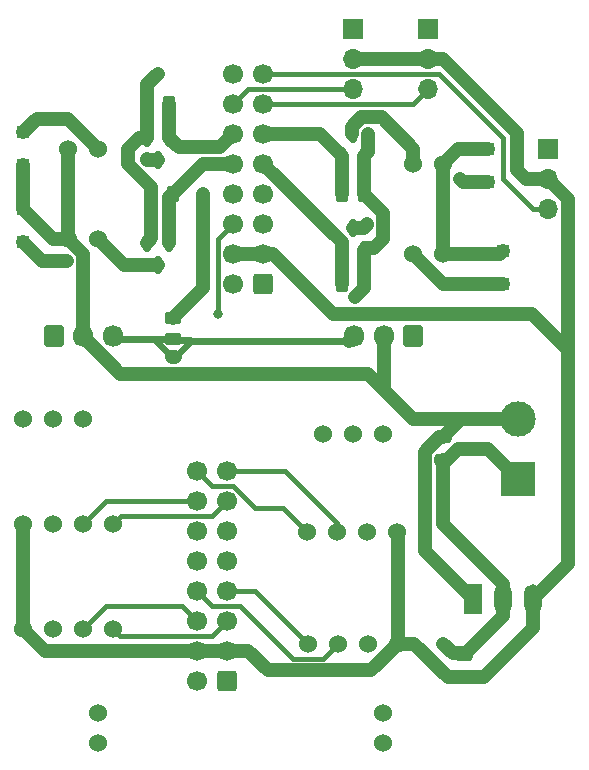
<source format=gbr>
G04 #@! TF.GenerationSoftware,KiCad,Pcbnew,(6.0.1)*
G04 #@! TF.CreationDate,2022-02-06T22:38:44+01:00*
G04 #@! TF.ProjectId,CarteSecondaire,43617274-6553-4656-936f-6e6461697265,rev?*
G04 #@! TF.SameCoordinates,Original*
G04 #@! TF.FileFunction,Copper,L1,Top*
G04 #@! TF.FilePolarity,Positive*
%FSLAX46Y46*%
G04 Gerber Fmt 4.6, Leading zero omitted, Abs format (unit mm)*
G04 Created by KiCad (PCBNEW (6.0.1)) date 2022-02-06 22:38:44*
%MOMM*%
%LPD*%
G01*
G04 APERTURE LIST*
G04 Aperture macros list*
%AMRoundRect*
0 Rectangle with rounded corners*
0 $1 Rounding radius*
0 $2 $3 $4 $5 $6 $7 $8 $9 X,Y pos of 4 corners*
0 Add a 4 corners polygon primitive as box body*
4,1,4,$2,$3,$4,$5,$6,$7,$8,$9,$2,$3,0*
0 Add four circle primitives for the rounded corners*
1,1,$1+$1,$2,$3*
1,1,$1+$1,$4,$5*
1,1,$1+$1,$6,$7*
1,1,$1+$1,$8,$9*
0 Add four rect primitives between the rounded corners*
20,1,$1+$1,$2,$3,$4,$5,0*
20,1,$1+$1,$4,$5,$6,$7,0*
20,1,$1+$1,$6,$7,$8,$9,0*
20,1,$1+$1,$8,$9,$2,$3,0*%
G04 Aperture macros list end*
G04 #@! TA.AperFunction,ComponentPad*
%ADD10C,1.700000*%
G04 #@! TD*
G04 #@! TA.AperFunction,ComponentPad*
%ADD11RoundRect,0.250000X0.600000X0.600000X-0.600000X0.600000X-0.600000X-0.600000X0.600000X-0.600000X0*%
G04 #@! TD*
G04 #@! TA.AperFunction,ComponentPad*
%ADD12R,1.500000X2.500000*%
G04 #@! TD*
G04 #@! TA.AperFunction,ComponentPad*
%ADD13O,1.500000X2.500000*%
G04 #@! TD*
G04 #@! TA.AperFunction,ComponentPad*
%ADD14R,3.000000X3.000000*%
G04 #@! TD*
G04 #@! TA.AperFunction,ComponentPad*
%ADD15C,3.000000*%
G04 #@! TD*
G04 #@! TA.AperFunction,SMDPad,CuDef*
%ADD16RoundRect,0.250000X-0.475000X0.250000X-0.475000X-0.250000X0.475000X-0.250000X0.475000X0.250000X0*%
G04 #@! TD*
G04 #@! TA.AperFunction,SMDPad,CuDef*
%ADD17R,1.100000X1.100000*%
G04 #@! TD*
G04 #@! TA.AperFunction,SMDPad,CuDef*
%ADD18RoundRect,0.250000X-0.450000X0.262500X-0.450000X-0.262500X0.450000X-0.262500X0.450000X0.262500X0*%
G04 #@! TD*
G04 #@! TA.AperFunction,ComponentPad*
%ADD19C,1.524000*%
G04 #@! TD*
G04 #@! TA.AperFunction,SMDPad,CuDef*
%ADD20RoundRect,0.150000X0.150000X-0.587500X0.150000X0.587500X-0.150000X0.587500X-0.150000X-0.587500X0*%
G04 #@! TD*
G04 #@! TA.AperFunction,SMDPad,CuDef*
%ADD21RoundRect,0.250000X0.262500X0.450000X-0.262500X0.450000X-0.262500X-0.450000X0.262500X-0.450000X0*%
G04 #@! TD*
G04 #@! TA.AperFunction,SMDPad,CuDef*
%ADD22RoundRect,0.250000X-0.262500X-0.450000X0.262500X-0.450000X0.262500X0.450000X-0.262500X0.450000X0*%
G04 #@! TD*
G04 #@! TA.AperFunction,ComponentPad*
%ADD23R,1.700000X1.700000*%
G04 #@! TD*
G04 #@! TA.AperFunction,ComponentPad*
%ADD24O,1.700000X1.700000*%
G04 #@! TD*
G04 #@! TA.AperFunction,SMDPad,CuDef*
%ADD25RoundRect,0.150000X-0.150000X0.587500X-0.150000X-0.587500X0.150000X-0.587500X0.150000X0.587500X0*%
G04 #@! TD*
G04 #@! TA.AperFunction,ComponentPad*
%ADD26RoundRect,0.250000X0.600000X0.675000X-0.600000X0.675000X-0.600000X-0.675000X0.600000X-0.675000X0*%
G04 #@! TD*
G04 #@! TA.AperFunction,ComponentPad*
%ADD27O,1.700000X1.850000*%
G04 #@! TD*
G04 #@! TA.AperFunction,ComponentPad*
%ADD28RoundRect,0.250000X-0.600000X-0.675000X0.600000X-0.675000X0.600000X0.675000X-0.600000X0.675000X0*%
G04 #@! TD*
G04 #@! TA.AperFunction,ViaPad*
%ADD29C,0.800000*%
G04 #@! TD*
G04 #@! TA.AperFunction,Conductor*
%ADD30C,1.200000*%
G04 #@! TD*
G04 #@! TA.AperFunction,Conductor*
%ADD31C,0.400000*%
G04 #@! TD*
G04 #@! TA.AperFunction,Conductor*
%ADD32C,0.600000*%
G04 #@! TD*
G04 APERTURE END LIST*
D10*
X109261511Y-161290000D03*
X111801511Y-161290000D03*
X109261511Y-163830000D03*
X111801511Y-163830000D03*
X109261511Y-166370000D03*
X111801511Y-166370000D03*
X109261511Y-168910000D03*
X111801511Y-168910000D03*
X109261511Y-171450000D03*
X111801511Y-171450000D03*
X109261511Y-173990000D03*
X111801511Y-173990000D03*
X109261511Y-176530000D03*
X111801511Y-176530000D03*
X109261511Y-179070000D03*
D11*
X111801511Y-179070000D03*
D12*
X132639011Y-172111511D03*
D13*
X135179011Y-172111511D03*
X137719011Y-172111511D03*
D14*
X136449011Y-161951511D03*
D15*
X136449011Y-156871511D03*
D16*
X130099011Y-158461511D03*
X130099011Y-160361511D03*
D17*
X133909011Y-134011511D03*
X133909011Y-136811511D03*
D18*
X107239011Y-148339011D03*
X107239011Y-150164011D03*
D19*
X94539011Y-156871511D03*
X97079011Y-156871511D03*
X99619011Y-156871511D03*
X98349011Y-141631511D03*
X100889011Y-141631511D03*
D20*
X121529011Y-134616511D03*
X123429011Y-134616511D03*
X122479011Y-132741511D03*
X121529011Y-142569011D03*
X123429011Y-142569011D03*
X122479011Y-140694011D03*
D21*
X107239011Y-137821511D03*
X105414011Y-137821511D03*
D22*
X121566511Y-145441511D03*
X123391511Y-145441511D03*
D19*
X125019011Y-181763511D03*
X125019011Y-184303511D03*
D23*
X128829011Y-123851511D03*
D24*
X128829011Y-126391511D03*
X128829011Y-128931511D03*
D19*
X126210000Y-166500000D03*
X123670000Y-166500000D03*
X121130000Y-166500000D03*
X118590000Y-166500000D03*
D17*
X135179011Y-142641511D03*
X135179011Y-145441511D03*
D19*
X130099011Y-135281511D03*
X127559011Y-135281511D03*
X98349011Y-134011511D03*
X100889011Y-134011511D03*
X130099011Y-142901511D03*
X127559011Y-142901511D03*
D25*
X106919011Y-141964011D03*
X105019011Y-141964011D03*
X105969011Y-143839011D03*
D19*
X94539011Y-174651511D03*
X97079011Y-174651511D03*
X99619011Y-174651511D03*
X102159011Y-174651511D03*
D17*
X94539011Y-139091511D03*
X94539011Y-141891511D03*
D23*
X138989011Y-134026511D03*
D24*
X138989011Y-136566511D03*
X138989011Y-139106511D03*
D11*
X114859011Y-145441511D03*
D10*
X112319011Y-145441511D03*
X114859011Y-142901511D03*
X112319011Y-142901511D03*
X114859011Y-140361511D03*
X112319011Y-140361511D03*
X114859011Y-137821511D03*
X112319011Y-137821511D03*
X114859011Y-135281511D03*
X112319011Y-135281511D03*
X114859011Y-132741511D03*
X112319011Y-132741511D03*
X114859011Y-130201511D03*
X112319011Y-130201511D03*
X114859011Y-127661511D03*
X112319011Y-127661511D03*
D17*
X94539011Y-135411511D03*
X94539011Y-132611511D03*
D19*
X126289011Y-175921511D03*
X123749011Y-175921511D03*
X121209011Y-175921511D03*
X118669011Y-175921511D03*
D23*
X122479011Y-123866511D03*
D24*
X122479011Y-126406511D03*
X122479011Y-128946511D03*
D19*
X125019011Y-158141511D03*
X122479011Y-158141511D03*
X119939011Y-158141511D03*
D26*
X127559011Y-149871511D03*
D27*
X125059011Y-149871511D03*
X122559011Y-149871511D03*
D22*
X121566511Y-137821511D03*
X123391511Y-137821511D03*
D28*
X97119011Y-149901511D03*
D27*
X99619011Y-149901511D03*
X102119011Y-149901511D03*
D25*
X106919011Y-133074011D03*
X105019011Y-133074011D03*
X105969011Y-134949011D03*
D19*
X100889011Y-181763511D03*
X100889011Y-184303511D03*
D16*
X131900000Y-176850000D03*
X131900000Y-178750000D03*
D19*
X94539011Y-165761511D03*
X97079011Y-165761511D03*
X99619011Y-165761511D03*
X102159011Y-165761511D03*
D21*
X106881511Y-130201511D03*
X105056511Y-130201511D03*
D29*
X123749011Y-132741511D03*
X105969011Y-127661511D03*
X130099011Y-175921511D03*
X122628522Y-146576245D03*
X98219491Y-143481211D03*
X105053621Y-134926901D03*
X123619491Y-140361511D03*
X131498531Y-136551511D03*
X107239011Y-151661991D03*
X111049011Y-147981511D03*
X109779011Y-137821511D03*
D30*
X97079011Y-141631511D02*
X98349011Y-141631511D01*
X94539011Y-139091511D02*
X94539011Y-135411511D01*
X134919011Y-142901511D02*
X135179011Y-142641511D01*
X130099011Y-158461511D02*
X129789766Y-158461511D01*
X133909011Y-134011511D02*
X131369011Y-134011511D01*
X102779011Y-153061511D02*
X99619011Y-149901511D01*
X98349011Y-141631511D02*
X98349011Y-134011511D01*
X130099011Y-142901511D02*
X134919011Y-142901511D01*
X125059011Y-154291511D02*
X125019011Y-154331511D01*
X129789766Y-158461511D02*
X128574491Y-159676786D01*
X130099011Y-135281511D02*
X130099011Y-142901511D01*
X131369011Y-134011511D02*
X130099011Y-135281511D01*
X128574491Y-159676786D02*
X128574491Y-168046991D01*
X130099011Y-158421511D02*
X130099011Y-158461511D01*
X99619011Y-142901511D02*
X98349011Y-141631511D01*
X127559011Y-156871511D02*
X136449011Y-156871511D01*
X99619011Y-149901511D02*
X99619011Y-142901511D01*
X125019011Y-154331511D02*
X123749011Y-153061511D01*
X125059011Y-149871511D02*
X125059011Y-154291511D01*
X128574491Y-168046991D02*
X132639011Y-172111511D01*
X94539011Y-139091511D02*
X97079011Y-141631511D01*
X123749011Y-153061511D02*
X102779011Y-153061511D01*
X131649011Y-156871511D02*
X130099011Y-158421511D01*
X136449011Y-156871511D02*
X131649011Y-156871511D01*
X125019011Y-154331511D02*
X127559011Y-156871511D01*
X105414011Y-137821511D02*
X105414011Y-137266511D01*
X123391511Y-145441511D02*
X123391511Y-145813256D01*
X125019011Y-141631511D02*
X124231031Y-142419491D01*
X123429011Y-142569011D02*
X123429011Y-145404011D01*
X130099011Y-165761511D02*
X135179011Y-170841511D01*
X123391511Y-145813256D02*
X122628522Y-146576245D01*
X103429011Y-134011511D02*
X104366511Y-133074011D01*
X125019011Y-139449011D02*
X125019011Y-141631511D01*
X133909011Y-159411511D02*
X131369011Y-159411511D01*
X105056511Y-133036511D02*
X105019011Y-133074011D01*
X130909491Y-176731991D02*
X130099011Y-175921511D01*
X136449011Y-161951511D02*
X133909011Y-159411511D01*
X123749011Y-134296511D02*
X123429011Y-134616511D01*
X105414011Y-141569011D02*
X105019011Y-141964011D01*
X123429011Y-134616511D02*
X123429011Y-137784011D01*
X135179011Y-172111511D02*
X135179011Y-173570989D01*
X104366511Y-133074011D02*
X105019011Y-133074011D01*
X105056511Y-128574011D02*
X105056511Y-130201511D01*
X130099011Y-160361511D02*
X130099011Y-165761511D01*
X103429011Y-135281511D02*
X103429011Y-134011511D01*
X131369011Y-159411511D02*
X130099011Y-160681511D01*
X123578531Y-142419491D02*
X123429011Y-142569011D01*
X135179011Y-170841511D02*
X135179011Y-172111511D01*
X123391511Y-137821511D02*
X125019011Y-139449011D01*
X105969011Y-127661511D02*
X105056511Y-128574011D01*
X135179011Y-173570989D02*
X132018009Y-176731991D01*
X123429011Y-137784011D02*
X123391511Y-137821511D01*
X123429011Y-145404011D02*
X123391511Y-145441511D01*
X105056511Y-130201511D02*
X105056511Y-133036511D01*
X105414011Y-137821511D02*
X105414011Y-141569011D01*
X132018009Y-176731991D02*
X130909491Y-176731991D01*
X123749011Y-132741511D02*
X123749011Y-134296511D01*
X105414011Y-137266511D02*
X103429011Y-135281511D01*
X124231031Y-142419491D02*
X123578531Y-142419491D01*
X111801511Y-176530000D02*
X109261511Y-176530000D01*
X126289011Y-175921511D02*
X126289011Y-166579011D01*
X127661511Y-175921511D02*
X126289011Y-175921511D01*
X136389011Y-135831511D02*
X136389011Y-132681511D01*
X112319011Y-142901511D02*
X114859011Y-142901511D01*
X133530522Y-178750000D02*
X130490000Y-178750000D01*
X128829011Y-126391511D02*
X122494011Y-126391511D01*
X137719011Y-172111511D02*
X137719011Y-174561511D01*
X130490000Y-178750000D02*
X127661511Y-175921511D01*
X140689011Y-151031511D02*
X140689011Y-138266511D01*
X115665638Y-142901511D02*
X120745638Y-147981511D01*
X122494011Y-126391511D02*
X122479011Y-126406511D01*
X137639011Y-147981511D02*
X140689011Y-151031511D01*
X137719011Y-174561511D02*
X133530522Y-178750000D01*
X124019492Y-178191030D02*
X115267816Y-178191030D01*
X115267816Y-178191030D02*
X113606786Y-176530000D01*
X136389011Y-132681511D02*
X130099011Y-126391511D01*
X120745638Y-147981511D02*
X137639011Y-147981511D01*
X137719011Y-172111511D02*
X140689011Y-169141511D01*
X113606786Y-176530000D02*
X111801511Y-176530000D01*
X126289011Y-175921511D02*
X124019492Y-178191030D01*
X94539011Y-174651511D02*
X94539011Y-165761511D01*
X138989011Y-136566511D02*
X137124011Y-136566511D01*
X96417500Y-176530000D02*
X94539011Y-174651511D01*
X130099011Y-126391511D02*
X128829011Y-126391511D01*
X114859011Y-142901511D02*
X115665638Y-142901511D01*
X140689011Y-138266511D02*
X138989011Y-136566511D01*
X140689011Y-169141511D02*
X140689011Y-151031511D01*
X109261511Y-176530000D02*
X96417500Y-176530000D01*
X137124011Y-136566511D02*
X136389011Y-135831511D01*
X126289011Y-166579011D02*
X126210000Y-166500000D01*
X94539011Y-141891511D02*
X96128711Y-143481211D01*
X105969011Y-143839011D02*
X103096511Y-143839011D01*
X96128711Y-143481211D02*
X98219491Y-143481211D01*
X103096511Y-143839011D02*
X100889011Y-141631511D01*
X95679011Y-131471511D02*
X94539011Y-132611511D01*
X100889011Y-134011511D02*
X98349011Y-131471511D01*
X105969011Y-134949011D02*
X105075731Y-134949011D01*
X98349011Y-131471511D02*
X95679011Y-131471511D01*
X105053621Y-134926901D02*
X105075731Y-134949011D01*
X122479011Y-140694011D02*
X123416511Y-140694011D01*
X123619491Y-140491031D02*
X123619491Y-140361511D01*
X123416511Y-140694011D02*
X123619491Y-140491031D01*
X130099011Y-145441511D02*
X127559011Y-142901511D01*
X135179011Y-145441511D02*
X130099011Y-145441511D01*
X124889491Y-131341991D02*
X123169311Y-131341991D01*
X122349491Y-132161811D02*
X122349491Y-132741511D01*
X127559011Y-135281511D02*
X127559011Y-134011511D01*
X133909011Y-136811511D02*
X131758531Y-136811511D01*
X131498531Y-136551511D02*
X131758531Y-136811511D01*
X123169311Y-131341991D02*
X122349491Y-132161811D01*
X127559011Y-134011511D02*
X124889491Y-131341991D01*
D31*
X110552000Y-175239511D02*
X102747011Y-175239511D01*
X111801511Y-173990000D02*
X110552000Y-175239511D01*
X102747011Y-175239511D02*
X102159011Y-174651511D01*
X101550522Y-172720000D02*
X99619011Y-174651511D01*
X107991511Y-172720000D02*
X101550522Y-172720000D01*
X109261511Y-173990000D02*
X107991511Y-172720000D01*
X114197500Y-171450000D02*
X111801511Y-171450000D01*
X118669011Y-175921511D02*
X114197500Y-171450000D01*
X110552000Y-172740489D02*
X109261511Y-171450000D01*
X121209011Y-175921511D02*
X119939011Y-177191511D01*
X117399011Y-177191511D02*
X112947989Y-172740489D01*
X112947989Y-172740489D02*
X110552000Y-172740489D01*
X119939011Y-177191511D02*
X117399011Y-177191511D01*
D32*
X107462062Y-150200000D02*
X107368531Y-150293531D01*
D30*
X102381511Y-150164011D02*
X102119011Y-149901511D01*
X107239011Y-151661991D02*
X107109491Y-151661991D01*
D32*
X107239011Y-150164011D02*
X105611511Y-150164011D01*
X122136991Y-150293531D02*
X108736991Y-150293531D01*
X107368531Y-151661991D02*
X108736991Y-150293531D01*
D30*
X122559011Y-149871511D02*
X122136991Y-150293531D01*
D32*
X105611511Y-150164011D02*
X102381511Y-150164011D01*
X108643460Y-150200000D02*
X107462062Y-150200000D01*
X107109491Y-151661991D02*
X105611511Y-150164011D01*
X108736991Y-150293531D02*
X108643460Y-150200000D01*
D30*
X107239011Y-151661991D02*
X107368531Y-151661991D01*
D31*
X110511022Y-165120489D02*
X102800033Y-165120489D01*
X102800033Y-165120489D02*
X102159011Y-165761511D01*
X111801511Y-163830000D02*
X110511022Y-165120489D01*
X109261511Y-163830000D02*
X101550522Y-163830000D01*
X101550522Y-163830000D02*
X99619011Y-165761511D01*
X110511022Y-162539511D02*
X109261511Y-161290000D01*
X116561022Y-164471022D02*
X114209609Y-164471022D01*
X116561022Y-164471022D02*
X118590000Y-166500000D01*
X112278098Y-162539511D02*
X110511022Y-162539511D01*
X114209609Y-164471022D02*
X112278098Y-162539511D01*
X116737500Y-161290000D02*
X121130000Y-165682500D01*
X121130000Y-165682500D02*
X121130000Y-166500000D01*
X111801511Y-161290000D02*
X116737500Y-161290000D01*
X137734011Y-139106511D02*
X138989011Y-139106511D01*
X129719011Y-127661511D02*
X135179011Y-133121511D01*
X135179011Y-136551511D02*
X137734011Y-139106511D01*
X114859011Y-127661511D02*
X129719011Y-127661511D01*
X135179011Y-133121511D02*
X135179011Y-136551511D01*
X122479011Y-128946511D02*
X113574011Y-128946511D01*
X113574011Y-128946511D02*
X112319011Y-130201511D01*
X111049011Y-141631511D02*
X111049011Y-147981511D01*
X112319011Y-140361511D02*
X111049011Y-141631511D01*
X127559011Y-130201511D02*
X128829011Y-128931511D01*
X114859011Y-130201511D02*
X127559011Y-130201511D01*
D30*
X106919011Y-141964011D02*
X106919011Y-138141511D01*
X112319011Y-135281511D02*
X109779011Y-135281511D01*
X109779011Y-135281511D02*
X107239011Y-137821511D01*
X106919011Y-138141511D02*
X107239011Y-137821511D01*
X121529011Y-142569011D02*
X121529011Y-145404011D01*
X121529011Y-141951511D02*
X114859011Y-135281511D01*
X121529011Y-145404011D02*
X121566511Y-145441511D01*
X121529011Y-142569011D02*
X121529011Y-141951511D01*
X106919011Y-130239011D02*
X106881511Y-130201511D01*
X112319011Y-132741511D02*
X111178531Y-133881991D01*
X107726991Y-133881991D02*
X106919011Y-133074011D01*
X111178531Y-133881991D02*
X107726991Y-133881991D01*
X106919011Y-133074011D02*
X106919011Y-130239011D01*
X119654011Y-132741511D02*
X121529011Y-134616511D01*
X114859011Y-132741511D02*
X119654011Y-132741511D01*
X121529011Y-134616511D02*
X121529011Y-137784011D01*
X121529011Y-137784011D02*
X121566511Y-137821511D01*
X109779011Y-137821511D02*
X109779011Y-145799011D01*
X109779011Y-145799011D02*
X107239011Y-148339011D01*
M02*

</source>
